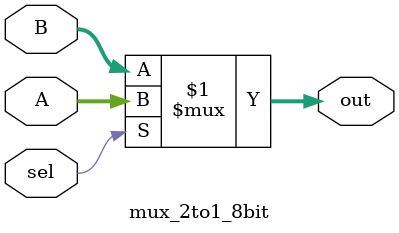
<source format=v>
module mux_2to1_8bit 
 ( 
	input  	[7:0] A,		//   
	input  	[7:0] B,		// 

	input		sel,		// input select from sel_mux
  
	output [7:0]	out
 ); 
  
	assign out = sel ? A : B;	//if sel =1, A  
  					//if sel =0, B 
endmodule

</source>
